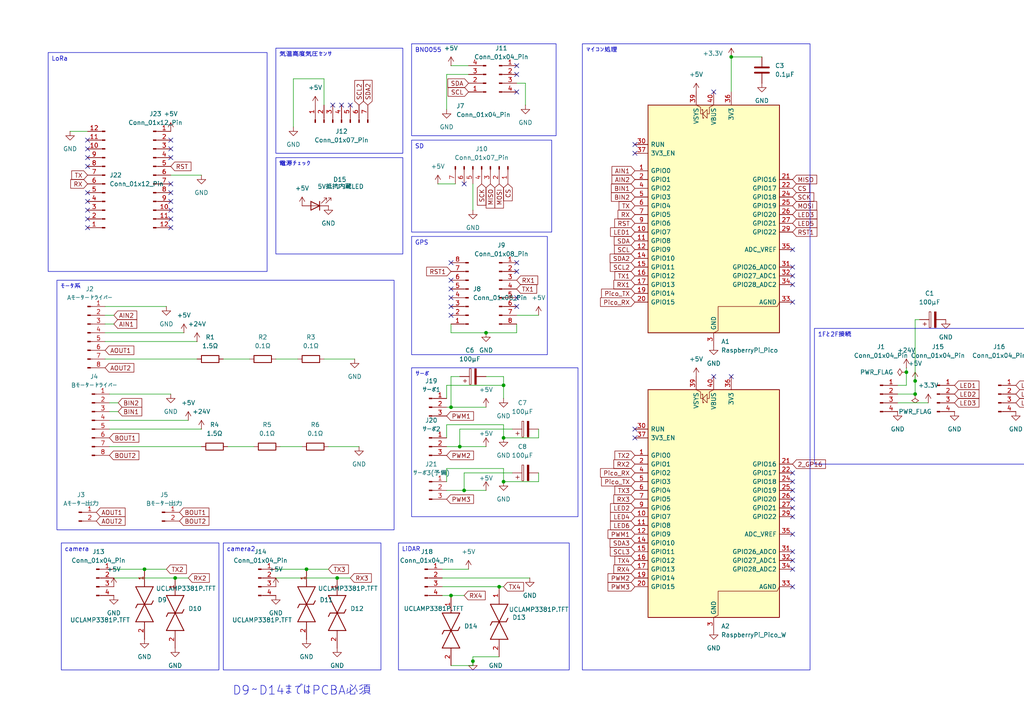
<source format=kicad_sch>
(kicad_sch (version 20250114) (generator "eeschema") (generator_version "9.0")
  (paper "A4")
  (text "D9～D14まではPCBA必須" (at 87.63 200.406 0) (effects (font (size 2.54 2.54))))
  (text_box "モータ系" (at 16.51 81.28 0) (size 97.79 72.39) (margins 0.9525 0.9525 0.9525 0.9525) (effects (font (size 1.27 1.27)) (justify left top)))
  (text_box "LoRa" (at 13.97 15.24 0) (size 63.5 63.5) (margins 0.9525 0.9525 0.9525 0.9525) (effects (font (size 1.27 1.27)) (justify left top)))
  (text_box "サーボ" (at 119.38 106.68 0) (size 48.26 43.18) (margins 0.9525 0.9525 0.9525 0.9525) (effects (font (size 1.27 1.27)) (justify left top)))
  (text_box "1Fと2F接続" (at 236.22 95.25 0) (size 91.44 39.37) (margins 0.9525 0.9525 0.9525 0.9525) (effects (font (size 1.27 1.27)) (justify left top)))
  (text_box "camera\n" (at 17.78 157.48 0) (size 45.72 36.83) (margins 0.9525 0.9525 0.9525 0.9525) (effects (font (size 1.27 1.27)) (justify left top)))
  (text_box "GPS\n\n" (at 119.38 68.58 0) (size 39.37 34.29) (margins 0.9525 0.9525 0.9525 0.9525) (effects (font (size 1.27 1.27)) (justify left top)))
  (text_box "camera2" (at 64.77 157.48 0) (size 45.72 36.83) (margins 0.9525 0.9525 0.9525 0.9525) (effects (font (size 1.27 1.27)) (justify left top)))
  (text_box "気温高度気圧センサ\n" (at 80.01 13.97 0) (size 36.83 30.48) (margins 0.9525 0.9525 0.9525 0.9525) (effects (font (size 1.27 1.27)) (justify left top)))
  (text_box "LiDAR" (at 115.57 157.48 0) (size 49.53 36.83) (margins 0.9525 0.9525 0.9525 0.9525) (effects (font (size 1.27 1.27)) (justify left top)))
  (text_box "電源チェック" (at 80.01 45.72 0) (size 36.83 27.94) (margins 0.9525 0.9525 0.9525 0.9525) (effects (font (size 1.27 1.27)) (justify left top)))
  (text_box "BNO055\n" (at 119.38 12.7 0) (size 41.91 26.67) (margins 0.9525 0.9525 0.9525 0.9525) (effects (font (size 1.27 1.27)) (justify left top)))
  (text_box "SD\n" (at 119.38 40.64 0) (size 40.64 26.67) (margins 0.9525 0.9525 0.9525 0.9525) (effects (font (size 1.27 1.27)) (justify left top)))
  (text_box "マイコン処理" (at 168.91 12.7 0) (size 66.04 181.61) (margins 0.9525 0.9525 0.9525 0.9525) (effects (font (size 1.27 1.27)) (justify left top)))
  (junction (at 137.16 191.77))
  (junction (at 130.81 118.11))
  (junction (at 265.43 114.3))
  (junction (at 144.78 170.18))
  (junction (at 146.05 111.76))
  (junction (at 146.05 127))
  (junction (at 262.89 107.95))
  (junction (at 50.8 167.64))
  (junction (at 133.35 129.54))
  (junction (at 88.9 165.1))
  (junction (at 212.09 16.51))
  (junction (at 134.62 142.24))
  (junction (at 130.81 172.72))
  (junction (at 146.05 139.7))
  (junction (at 97.79 167.64))
  (junction (at 265.43 110.49))
  (junction (at 140.97 96.52))
  (junction (at 41.91 165.1))
  (no_connect (at 229.87 149.86))
  (no_connect (at 184.15 124.46))
  (no_connect (at 49.53 58.42))
  (no_connect (at 229.87 162.56))
  (no_connect (at 130.81 76.2))
  (no_connect (at 229.87 165.1))
  (no_connect (at 25.4 48.26))
  (no_connect (at 149.86 88.9))
  (no_connect (at 25.4 43.18))
  (no_connect (at 207.01 26.67))
  (no_connect (at 49.53 43.18))
  (no_connect (at 207.01 109.22))
  (no_connect (at 229.87 170.18))
  (no_connect (at 49.53 63.5))
  (no_connect (at 49.53 53.34))
  (no_connect (at 149.86 86.36))
  (no_connect (at 184.15 127))
  (no_connect (at 49.53 40.64))
  (no_connect (at 49.53 60.96))
  (no_connect (at 229.87 77.47))
  (no_connect (at 229.87 80.01))
  (no_connect (at 25.4 63.5))
  (no_connect (at 149.86 21.59))
  (no_connect (at 99.06 30.48))
  (no_connect (at 49.53 45.72))
  (no_connect (at 130.81 83.82))
  (no_connect (at 229.87 160.02))
  (no_connect (at 229.87 72.39))
  (no_connect (at 49.53 55.88))
  (no_connect (at 184.15 44.45))
  (no_connect (at 149.86 26.67))
  (no_connect (at 96.52 30.48))
  (no_connect (at 229.87 87.63))
  (no_connect (at 149.86 78.74))
  (no_connect (at 229.87 139.7))
  (no_connect (at 25.4 66.04))
  (no_connect (at 130.81 91.44))
  (no_connect (at 212.09 109.22))
  (no_connect (at 229.87 137.16))
  (no_connect (at 229.87 142.24))
  (no_connect (at 25.4 55.88))
  (no_connect (at 130.81 88.9))
  (no_connect (at 25.4 60.96))
  (no_connect (at 149.86 76.2))
  (no_connect (at 229.87 147.32))
  (no_connect (at 149.86 19.05))
  (no_connect (at 25.4 40.64))
  (no_connect (at 134.62 53.34))
  (no_connect (at 25.4 45.72))
  (no_connect (at 25.4 58.42))
  (no_connect (at 229.87 82.55))
  (no_connect (at 229.87 154.94))
  (no_connect (at 229.87 144.78))
  (no_connect (at 130.81 86.36))
  (no_connect (at 184.15 41.91))
  (no_connect (at 130.81 81.28))
  (no_connect (at 49.53 66.04))
  (no_connect (at 101.6 30.48))
  (wire (pts (xy 146.05 135.89) (xy 129.54 135.89)))
  (wire (pts (xy 93.98 22.86) (xy 85.09 22.86)))
  (wire (pts (xy 129.54 142.24) (xy 134.62 142.24)))
  (wire (pts (xy 134.62 172.72) (xy 130.81 172.72)))
  (wire (pts (xy 135.89 21.59) (xy 129.54 21.59)))
  (wire (pts (xy 130.81 93.98) (xy 130.81 96.52)))
  (wire (pts (xy 130.81 172.72) (xy 128.27 172.72)))
  (wire (pts (xy 152.4 24.13) (xy 152.4 30.48)))
  (wire (pts (xy 130.81 118.11) (xy 130.81 109.22)))
  (wire (pts (xy 129.54 129.54) (xy 133.35 129.54)))
  (wire (pts (xy 260.35 116.84) (xy 269.24 116.84)))
  (wire (pts (xy 130.81 109.22) (xy 133.35 109.22)))
  (wire (pts (xy 137.16 193.04) (xy 137.16 191.77)))
  (wire (pts (xy 128.27 167.64) (xy 153.67 167.64)))
  (wire (pts (xy 95.25 165.1) (xy 88.9 165.1)))
  (wire (pts (xy 31.75 114.3) (xy 49.53 114.3)))
  (wire (pts (xy 129.54 135.89) (xy 129.54 139.7)))
  (wire (pts (xy 133.35 124.46) (xy 133.35 129.54)))
  (wire (pts (xy 149.86 91.44) (xy 156.21 91.44)))
  (wire (pts (xy 149.86 93.98) (xy 149.86 96.52)))
  (wire (pts (xy 130.81 19.05) (xy 135.89 19.05)))
  (wire (pts (xy 31.75 124.46) (xy 58.42 124.46)))
  (wire (pts (xy 30.48 93.98) (xy 33.02 93.98)))
  (wire (pts (xy 146.05 111.76) (xy 129.54 111.76)))
  (wire (pts (xy 130.81 193.04) (xy 137.16 193.04)))
  (wire (pts (xy 97.79 167.64) (xy 80.01 167.64)))
  (wire (pts (xy 134.62 137.16) (xy 134.62 142.24)))
  (wire (pts (xy 146.05 123.19) (xy 129.54 123.19)))
  (wire (pts (xy 127 53.34) (xy 132.08 53.34)))
  (wire (pts (xy 212.09 16.51) (xy 212.09 26.67)))
  (wire (pts (xy 88.9 165.1) (xy 80.01 165.1)))
  (wire (pts (xy 31.75 119.38) (xy 34.29 119.38)))
  (wire (pts (xy 260.35 114.3) (xy 265.43 114.3)))
  (wire (pts (xy 146.05 127) (xy 146.05 123.19)))
  (wire (pts (xy 80.01 104.14) (xy 86.36 104.14)))
  (wire (pts (xy 156.21 127) (xy 146.05 127)))
  (wire (pts (xy 262.89 107.95) (xy 262.89 111.76)))
  (wire (pts (xy 134.62 142.24) (xy 140.97 142.24)))
  (wire (pts (xy 148.59 137.16) (xy 134.62 137.16)))
  (wire (pts (xy 144.78 170.18) (xy 128.27 170.18)))
  (wire (pts (xy 50.8 167.64) (xy 33.02 167.64)))
  (wire (pts (xy 265.43 92.71) (xy 265.43 110.49)))
  (wire (pts (xy 58.42 50.8) (xy 49.53 50.8)))
  (wire (pts (xy 95.25 129.54) (xy 104.14 129.54)))
  (wire (pts (xy 93.98 104.14) (xy 102.87 104.14)))
  (wire (pts (xy 54.61 167.64) (xy 50.8 167.64)))
  (wire (pts (xy 129.54 118.11) (xy 130.81 118.11)))
  (wire (pts (xy 149.86 96.52) (xy 140.97 96.52)))
  (wire (pts (xy 212.09 16.51) (xy 220.98 16.51)))
  (wire (pts (xy 265.43 110.49) (xy 265.43 114.3)))
  (wire (pts (xy 146.05 115.57) (xy 146.05 111.76)))
  (wire (pts (xy 156.21 124.46) (xy 156.21 127)))
  (wire (pts (xy 41.91 165.1) (xy 33.02 165.1)))
  (wire (pts (xy 130.81 118.11) (xy 140.97 118.11)))
  (wire (pts (xy 146.05 139.7) (xy 146.05 135.89)))
  (wire (pts (xy 129.54 21.59) (xy 129.54 31.75)))
  (wire (pts (xy 144.78 190.5) (xy 137.16 190.5)))
  (wire (pts (xy 148.59 124.46) (xy 133.35 124.46)))
  (wire (pts (xy 156.21 139.7) (xy 146.05 139.7)))
  (wire (pts (xy 262.89 111.76) (xy 260.35 111.76)))
  (wire (pts (xy 31.75 129.54) (xy 58.42 129.54)))
  (wire (pts (xy 140.97 109.22) (xy 146.05 109.22)))
  (wire (pts (xy 31.75 121.92) (xy 54.61 121.92)))
  (wire (pts (xy 262.89 106.68) (xy 262.89 107.95)))
  (wire (pts (xy 30.48 104.14) (xy 57.15 104.14)))
  (wire (pts (xy 81.28 129.54) (xy 87.63 129.54)))
  (wire (pts (xy 149.86 24.13) (xy 152.4 24.13)))
  (wire (pts (xy 30.48 96.52) (xy 53.34 96.52)))
  (wire (pts (xy 30.48 91.44) (xy 33.02 91.44)))
  (wire (pts (xy 101.6 167.64) (xy 97.79 167.64)))
  (wire (pts (xy 30.48 99.06) (xy 57.15 99.06)))
  (wire (pts (xy 265.43 92.71) (xy 266.7 92.71)))
  (wire (pts (xy 66.04 129.54) (xy 73.66 129.54)))
  (wire (pts (xy 133.35 129.54) (xy 140.97 129.54)))
  (wire (pts (xy 128.27 165.1) (xy 135.89 165.1)))
  (wire (pts (xy 20.32 38.1) (xy 25.4 38.1)))
  (wire (pts (xy 85.09 22.86) (xy 85.09 36.83)))
  (wire (pts (xy 30.48 88.9) (xy 48.26 88.9)))
  (wire (pts (xy 64.77 104.14) (xy 72.39 104.14)))
  (wire (pts (xy 129.54 123.19) (xy 129.54 127)))
  (wire (pts (xy 156.21 137.16) (xy 156.21 139.7)))
  (wire (pts (xy 93.98 30.48) (xy 93.98 22.86)))
  (wire (pts (xy 31.75 116.84) (xy 34.29 116.84)))
  (wire (pts (xy 137.16 53.34) (xy 137.16 60.96)))
  (wire (pts (xy 130.81 96.52) (xy 140.97 96.52)))
  (wire (pts (xy 146.05 109.22) (xy 146.05 111.76)))
  (wire (pts (xy 129.54 111.76) (xy 129.54 115.57)))
  (wire (pts (xy 48.26 165.1) (xy 41.91 165.1)))
  (wire (pts (xy 146.05 170.18) (xy 144.78 170.18)))
  (wire (pts (xy 137.16 190.5) (xy 137.16 191.77)))
  (global_label "RX4" (shape input) (at 184.15 165.1 180) (property "Intersheetrefs" "${INTERSHEET_REFS}" (effects (hide yes))))
  (global_label "RX" (shape input) (at 184.15 62.23 180) (property "Intersheetrefs" "${INTERSHEET_REFS}" (effects (hide yes))))
  (global_label "LED1" (shape input) (at 276.86 111.76 0) (property "Intersheetrefs" "${INTERSHEET_REFS}" (effects (hide yes))))
  (global_label "BOUT1" (shape input) (at 31.75 127 0) (property "Intersheetrefs" "${INTERSHEET_REFS}" (effects (hide yes))))
  (global_label "AOUT2" (shape input) (at 27.94 151.13 0) (property "Intersheetrefs" "${INTERSHEET_REFS}" (effects (hide yes))))
  (global_label "PWM1" (shape input) (at 129.54 120.65 0) (property "Intersheetrefs" "${INTERSHEET_REFS}" (effects (hide yes))))
  (global_label "LED2" (shape input) (at 184.15 147.32 180) (property "Intersheetrefs" "${INTERSHEET_REFS}" (effects (hide yes))))
  (global_label "LED5" (shape input) (at 229.87 64.77 0) (property "Intersheetrefs" "${INTERSHEET_REFS}" (effects (hide yes))))
  (global_label "2_GP16" (shape input) (at 313.69 116.84 0) (property "Intersheetrefs" "${INTERSHEET_REFS}" (effects (hide yes))))
  (global_label "LED4" (shape input) (at 294.64 111.76 0) (property "Intersheetrefs" "${INTERSHEET_REFS}" (effects (hide yes))))
  (global_label "MOSI" (shape input) (at 229.87 59.69 0) (property "Intersheetrefs" "${INTERSHEET_REFS}" (effects (hide yes))))
  (global_label "RX2" (shape input) (at 184.15 134.62 180) (property "Intersheetrefs" "${INTERSHEET_REFS}" (effects (hide yes))))
  (global_label "LED3" (shape input) (at 276.86 116.84 0) (property "Intersheetrefs" "${INTERSHEET_REFS}" (effects (hide yes))))
  (global_label "RX1" (shape input) (at 149.86 81.28 0) (property "Intersheetrefs" "${INTERSHEET_REFS}" (effects (hide yes))))
  (global_label "PWM3" (shape input) (at 184.15 170.18 180) (property "Intersheetrefs" "${INTERSHEET_REFS}" (effects (hide yes))))
  (global_label "SDA" (shape input) (at 184.15 69.85 180) (property "Intersheetrefs" "${INTERSHEET_REFS}" (effects (hide yes))))
  (global_label "SDA2" (shape input) (at 106.68 30.48 90) (property "Intersheetrefs" "${INTERSHEET_REFS}" (effects (hide yes))))
  (global_label "PWM1" (shape input) (at 184.15 154.94 180) (property "Intersheetrefs" "${INTERSHEET_REFS}" (effects (hide yes))))
  (global_label "TX" (shape input) (at 184.15 59.69 180) (property "Intersheetrefs" "${INTERSHEET_REFS}" (effects (hide yes))))
  (global_label "SDA" (shape input) (at 135.89 24.13 180) (property "Intersheetrefs" "${INTERSHEET_REFS}" (effects (hide yes))))
  (global_label "TX1" (shape input) (at 149.86 83.82 0) (property "Intersheetrefs" "${INTERSHEET_REFS}" (effects (hide yes))))
  (global_label "LED3" (shape input) (at 229.87 62.23 0) (property "Intersheetrefs" "${INTERSHEET_REFS}" (effects (hide yes))))
  (global_label "LED4" (shape input) (at 184.15 149.86 180) (property "Intersheetrefs" "${INTERSHEET_REFS}" (effects (hide yes))))
  (global_label "TX4" (shape input) (at 146.05 170.18 0) (property "Intersheetrefs" "${INTERSHEET_REFS}" (effects (hide yes))))
  (global_label "SCK" (shape input) (at 139.7 53.34 270) (property "Intersheetrefs" "${INTERSHEET_REFS}" (effects (hide yes))))
  (global_label "SDA3" (shape input) (at 313.69 111.76 0) (property "Intersheetrefs" "${INTERSHEET_REFS}" (effects (hide yes))))
  (global_label "RST1" (shape input) (at 229.87 67.31 0) (property "Intersheetrefs" "${INTERSHEET_REFS}" (effects (hide yes))))
  (global_label "MOSI" (shape input) (at 144.78 53.34 270) (property "Intersheetrefs" "${INTERSHEET_REFS}" (effects (hide yes))))
  (global_label "SCL2" (shape input) (at 184.15 77.47 180) (property "Intersheetrefs" "${INTERSHEET_REFS}" (effects (hide yes))))
  (global_label "SDA2" (shape input) (at 184.15 74.93 180) (property "Intersheetrefs" "${INTERSHEET_REFS}" (effects (hide yes))))
  (global_label "SCL3" (shape input) (at 184.15 160.02 180) (property "Intersheetrefs" "${INTERSHEET_REFS}" (effects (hide yes))))
  (global_label "AIN1" (shape input) (at 184.15 49.53 180) (property "Intersheetrefs" "${INTERSHEET_REFS}" (effects (hide yes))))
  (global_label "RST1" (shape input) (at 130.81 78.74 180) (property "Intersheetrefs" "${INTERSHEET_REFS}" (effects (hide yes))))
  (global_label "Pico_TX" (shape input) (at 184.15 139.7 180) (property "Intersheetrefs" "${INTERSHEET_REFS}" (effects (hide yes))))
  (global_label "SCL3" (shape input) (at 313.69 114.3 0) (property "Intersheetrefs" "${INTERSHEET_REFS}" (effects (hide yes))))
  (global_label "Pico_TX" (shape input) (at 184.15 85.09 180) (property "Intersheetrefs" "${INTERSHEET_REFS}" (effects (hide yes))))
  (global_label "TX3" (shape input) (at 184.15 142.24 180) (property "Intersheetrefs" "${INTERSHEET_REFS}" (effects (hide yes))))
  (global_label "TX1" (shape input) (at 184.15 80.01 180) (property "Intersheetrefs" "${INTERSHEET_REFS}" (effects (hide yes))))
  (global_label "BIN1" (shape input) (at 184.15 54.61 180) (property "Intersheetrefs" "${INTERSHEET_REFS}" (effects (hide yes))))
  (global_label "SDA3" (shape input) (at 184.15 157.48 180) (property "Intersheetrefs" "${INTERSHEET_REFS}" (effects (hide yes))))
  (global_label "TX3" (shape input) (at 95.25 165.1 0) (property "Intersheetrefs" "${INTERSHEET_REFS}" (effects (hide yes))))
  (global_label "BIN1" (shape input) (at 34.29 119.38 0) (property "Intersheetrefs" "${INTERSHEET_REFS}" (effects (hide yes))))
  (global_label "BIN2" (shape input) (at 184.15 57.15 180) (property "Intersheetrefs" "${INTERSHEET_REFS}" (effects (hide yes))))
  (global_label "PWM2" (shape input) (at 184.15 167.64 180) (property "Intersheetrefs" "${INTERSHEET_REFS}" (effects (hide yes))))
  (global_label "RX1" (shape input) (at 184.15 82.55 180) (property "Intersheetrefs" "${INTERSHEET_REFS}" (effects (hide yes))))
  (global_label "LED6" (shape input) (at 184.15 152.4 180) (property "Intersheetrefs" "${INTERSHEET_REFS}" (effects (hide yes))))
  (global_label "TX4" (shape input) (at 184.15 162.56 180) (property "Intersheetrefs" "${INTERSHEET_REFS}" (effects (hide yes))))
  (global_label "RST" (shape input) (at 49.53 48.26 0) (property "Intersheetrefs" "${INTERSHEET_REFS}" (effects (hide yes))))
  (global_label "CS" (shape input) (at 229.87 54.61 0) (property "Intersheetrefs" "${INTERSHEET_REFS}" (effects (hide yes))))
  (global_label "RX2" (shape input) (at 54.61 167.64 0) (property "Intersheetrefs" "${INTERSHEET_REFS}" (effects (hide yes))))
  (global_label "LED2" (shape input) (at 276.86 114.3 0) (property "Intersheetrefs" "${INTERSHEET_REFS}" (effects (hide yes))))
  (global_label "2_GP16" (shape input) (at 229.87 134.62 0) (property "Intersheetrefs" "${INTERSHEET_REFS}" (effects (hide yes))))
  (global_label "Pico_RX" (shape input) (at 184.15 87.63 180) (property "Intersheetrefs" "${INTERSHEET_REFS}" (effects (hide yes))))
  (global_label "AOUT1" (shape input) (at 30.48 101.6 0) (property "Intersheetrefs" "${INTERSHEET_REFS}" (effects (hide yes))))
  (global_label "BOUT2" (shape input) (at 52.07 151.13 0) (property "Intersheetrefs" "${INTERSHEET_REFS}" (effects (hide yes))))
  (global_label "RX4" (shape input) (at 134.62 172.72 0) (property "Intersheetrefs" "${INTERSHEET_REFS}" (effects (hide yes))))
  (global_label "PWM2" (shape input) (at 129.54 132.08 0) (property "Intersheetrefs" "${INTERSHEET_REFS}" (effects (hide yes))))
  (global_label "TX2" (shape input) (at 48.26 165.1 0) (property "Intersheetrefs" "${INTERSHEET_REFS}" (effects (hide yes))))
  (global_label "MISO" (shape input) (at 229.87 52.07 0) (property "Intersheetrefs" "${INTERSHEET_REFS}" (effects (hide yes))))
  (global_label "AOUT2" (shape input) (at 30.48 106.68 0) (property "Intersheetrefs" "${INTERSHEET_REFS}" (effects (hide yes))))
  (global_label "RX3" (shape input) (at 184.15 144.78 180) (property "Intersheetrefs" "${INTERSHEET_REFS}" (effects (hide yes))))
  (global_label "RX3" (shape input) (at 101.6 167.64 0) (property "Intersheetrefs" "${INTERSHEET_REFS}" (effects (hide yes))))
  (global_label "LED6" (shape input) (at 294.64 116.84 0) (property "Intersheetrefs" "${INTERSHEET_REFS}" (effects (hide yes))))
  (global_label "BOUT1" (shape input) (at 52.07 148.59 0) (property "Intersheetrefs" "${INTERSHEET_REFS}" (effects (hide yes))))
  (global_label "AOUT1" (shape input) (at 27.94 148.59 0) (property "Intersheetrefs" "${INTERSHEET_REFS}" (effects (hide yes))))
  (global_label "LED5" (shape input) (at 294.64 114.3 0) (property "Intersheetrefs" "${INTERSHEET_REFS}" (effects (hide yes))))
  (global_label "SCL" (shape input) (at 135.89 26.67 180) (property "Intersheetrefs" "${INTERSHEET_REFS}" (effects (hide yes))))
  (global_label "Pico_RX" (shape input) (at 184.15 137.16 180) (property "Intersheetrefs" "${INTERSHEET_REFS}" (effects (hide yes))))
  (global_label "BIN2" (shape input) (at 34.29 116.84 0) (property "Intersheetrefs" "${INTERSHEET_REFS}" (effects (hide yes))))
  (global_label "AIN1" (shape input) (at 33.02 93.98 0) (property "Intersheetrefs" "${INTERSHEET_REFS}" (effects (hide yes))))
  (global_label "PWM3" (shape input) (at 129.54 144.78 0) (property "Intersheetrefs" "${INTERSHEET_REFS}" (effects (hide yes))))
  (global_label "TX2" (shape input) (at 184.15 132.08 180) (property "Intersheetrefs" "${INTERSHEET_REFS}" (effects (hide yes))))
  (global_label "TX" (shape input) (at 25.4 50.8 180) (property "Intersheetrefs" "${INTERSHEET_REFS}" (effects (hide yes))))
  (global_label "SCL2" (shape input) (at 104.14 30.48 90) (property "Intersheetrefs" "${INTERSHEET_REFS}" (effects (hide yes))))
  (global_label "SCK" (shape input) (at 229.87 57.15 0) (property "Intersheetrefs" "${INTERSHEET_REFS}" (effects (hide yes))))
  (global_label "MISO" (shape input) (at 142.24 53.34 270) (property "Intersheetrefs" "${INTERSHEET_REFS}" (effects (hide yes))))
  (global_label "RST" (shape input) (at 184.15 64.77 180) (property "Intersheetrefs" "${INTERSHEET_REFS}" (effects (hide yes))))
  (global_label "AIN2" (shape input) (at 184.15 52.07 180) (property "Intersheetrefs" "${INTERSHEET_REFS}" (effects (hide yes))))
  (global_label "CS" (shape input) (at 147.32 53.34 270) (property "Intersheetrefs" "${INTERSHEET_REFS}" (effects (hide yes))))
  (global_label "LED1" (shape input) (at 184.15 67.31 180) (property "Intersheetrefs" "${INTERSHEET_REFS}" (effects (hide yes))))
  (global_label "RX" (shape input) (at 25.4 53.34 180) (property "Intersheetrefs" "${INTERSHEET_REFS}" (effects (hide yes))))
  (global_label "SCL" (shape input) (at 184.15 72.39 180) (property "Intersheetrefs" "${INTERSHEET_REFS}" (effects (hide yes))))
  (global_label "BOUT2" (shape input) (at 31.75 132.08 0) (property "Intersheetrefs" "${INTERSHEET_REFS}" (effects (hide yes))))
  (global_label "AIN2" (shape input) (at 33.02 91.44 0) (property "Intersheetrefs" "${INTERSHEET_REFS}" (effects (hide yes))))
  (symbol (lib_id "Connector:Conn_01x07_Pin") (at 139.7 48.26 270) (unit 1)
    (property "Reference" "J10" (at 139.7 43.18 90))
    (property "Value" "Conn_01x07_Pin" (at 139.7 45.72 90))
    (property "Footprint" "Connector_PinSocket_2.54mm:PinSocket_1x07_P2.54mm_Vertical" (effects (hide yes)))
    (property "Description" "Generic connector, single row, 01x07, script generated" (effects (hide yes)))
  )
  (symbol (lib_id "power:+5V") (at 80.01 170.18 0) (unit 1)
    (property "Reference" "#PWR035" (effects (hide yes)))
    (property "Value" "+5V" (at 80.01 165.1 0))
    (property "Description" "Power symbol creates a global label with name \"+5V\"" (effects (hide yes)))
  )
  (symbol (lib_id "power:+5V") (at 135.89 165.1 0) (unit 1)
    (property "Reference" "#PWR039" (effects (hide yes)))
    (property "Value" "+5V" (at 135.89 160.02 0))
    (property "Description" "Power symbol creates a global label with name \"+5V\"" (effects (hide yes)))
  )
  (symbol (lib_id "power:GND") (at 220.98 24.13 0) (unit 1)
    (property "Reference" "#PWR048" (effects (hide yes)))
    (property "Value" "GND" (at 220.98 29.21 0))
    (property "Description" "Power symbol creates a global label with name \"GND\" , ground" (effects (hide yes)))
  )
  (symbol (lib_id "UCLAMP3381P_TFT:UCLAMP3381P.TFT") (at 88.9 165.1 270) (unit 1)
    (property "Reference" "D11" (at 92.71 173.9899 90) (effects (justify left)))
    (property "Value" "UCLAMP3381P.TFT" (at 67.31 179.832 90) (effects (justify left)))
    (property "Footprint" "KiCad_UCLAMP3381:UCLAMP3381PTFT" (effects (hide yes)))
    (property "Datasheet" "https://semtech.file.force.com/sfc/dist/version/download/?oid=00DE0000000JelG&ids=0682R000005PDqLQAW&d=%2Fa%2F2R0000001Nk1%2FWtOmoDD5Xy.jGRkqk.W4hXkB6ivSv5APxDwIA_2Bx6o&operationContext=DELIVERY&asPdf=true&viewId=05HRQ000000tcsf2AA&dpt=" (effects (hide yes)))
    (property "Description" "ESD Suppressors / TVS Diodes 3.3V, High Surge TVS for VBus Protection" (effects (hide yes)))
    (property "Height" "0.55" (effects (hide yes)))
    (property "Mouser Part Number" "947-UCLAMP3381P.TFT" (effects (hide yes)))
    (property "Mouser Price/Stock" "https://www.mouser.co.uk/ProductDetail/Semtech/UCLAMP3381P.TFT?qs=rBWM4%252BvDhIdzUcvOngyA7g%3D%3D" (effects (hide yes)))
    (property "Manufacturer_Name" "SEMTECH" (effects (hide yes)))
    (property "Manufacturer_Part_Number" "UCLAMP3381P.TFT" (effects (hide yes)))
  )
  (symbol (lib_id "Device:C") (at 220.98 20.32 0) (unit 1)
    (property "Reference" "C3" (at 224.79 19.0499 0) (effects (justify left)))
    (property "Value" "0.1μF" (at 224.79 21.5899 0) (effects (justify left)))
    (property "Footprint" "Capacitor_SMD:C_0603_1608Metric" (effects (hide yes)))
    (property "Description" "Unpolarized capacitor" (effects (hide yes)))
  )
  (symbol (lib_id "Connector:Conn_01x02_Pin") (at 22.86 148.59 0) (unit 1)
    (property "Reference" "J3" (at 23.495 143.51 0))
    (property "Value" "Aモーター出力" (at 23.495 146.05 0))
    (property "Footprint" "Connector_JST:JST_XH_B2B-XH-A_1x02_P2.50mm_Vertical" (effects (hide yes)))
    (property "Description" "Generic connector, single row, 01x02, script generated" (effects (hide yes)))
  )
  (symbol (lib_id "power:+5V") (at 156.21 91.44 0) (unit 1)
    (property "Reference" "#PWR034" (effects (hide yes)))
    (property "Value" "+5V" (at 156.21 86.36 0))
    (property "Description" "Power symbol creates a global label with name \"+5V\"" (effects (hide yes)))
  )
  (symbol (lib_id "Connector:Conn_01x04_Pin") (at 140.97 24.13 180) (unit 1)
    (property "Reference" "J7" (at 132.334 30.734 0) (effects (justify right)))
    (property "Value" "Conn_01x04_Pin" (at 132.334 33.274 0) (effects (justify right)))
    (property "Footprint" "Connector_PinSocket_2.54mm:PinSocket_1x04_P2.54mm_Vertical" (effects (hide yes)))
    (property "Description" "Generic connector, single row, 01x04, script generated" (effects (hide yes)))
  )
  (symbol (lib_id "power:+24V") (at 57.15 99.06 0) (unit 1)
    (property "Reference" "#PWR019" (effects (hide yes)))
    (property "Value" "+24V" (at 57.15 93.98 0))
    (property "Description" "Power symbol creates a global label with name \"+24V\"" (effects (hide yes)))
  )
  (symbol (lib_id "Device:C_Polarized") (at 152.4 137.16 90) (unit 1)
    (property "Reference" "C8" (at 151.511 129.54 90))
    (property "Value" "100μF" (at 151.511 132.08 90))
    (property "Footprint" "Capacitor_THT:CP_Radial_D8.0mm_P3.50mm" (effects (hide yes)))
    (property "Description" "Polarized capacitor" (effects (hide yes)))
  )
  (symbol (lib_id "power:+5V") (at 33.02 170.18 0) (unit 1)
    (property "Reference" "#PWR036" (effects (hide yes)))
    (property "Value" "+5V" (at 33.02 165.1 0))
    (property "Description" "Power symbol creates a global label with name \"+5V\"" (effects (hide yes)))
  )
  (symbol (lib_id "Connector:Conn_01x04_Pin") (at 289.56 114.3 0) (unit 1)
    (property "Reference" "J16" (at 289.814 100.584 0))
    (property "Value" "Conn_01x04_Pin" (at 289.814 103.124 0))
    (property "Footprint" "Connector_PinHeader_2.54mm:PinHeader_1x04_P2.54mm_Vertical" (effects (hide yes)))
    (property "Description" "Generic connector, single row, 01x04, script generated" (effects (hide yes)))
  )
  (symbol (lib_id "power:GND") (at 137.16 191.77 0) (unit 1)
    (property "Reference" "#PWR054" (effects (hide yes)))
    (property "Value" "GND" (at 143.764 193.04 0))
    (property "Description" "Power symbol creates a global label with name \"GND\" , ground" (effects (hide yes)))
  )
  (symbol (lib_id "UCLAMP3381P_TFT:UCLAMP3381P.TFT") (at 97.79 167.64 270) (unit 1)
    (property "Reference" "D12" (at 101.6 176.5299 90) (effects (justify left)))
    (property "Value" "UCLAMP3381P.TFT" (at 92.202 170.688 90) (effects (justify left)))
    (property "Footprint" "KiCad_UCLAMP3381:UCLAMP3381PTFT" (effects (hide yes)))
    (property "Datasheet" "https://semtech.file.force.com/sfc/dist/version/download/?oid=00DE0000000JelG&ids=0682R000005PDqLQAW&d=%2Fa%2F2R0000001Nk1%2FWtOmoDD5Xy.jGRkqk.W4hXkB6ivSv5APxDwIA_2Bx6o&operationContext=DELIVERY&asPdf=true&viewId=05HRQ000000tcsf2AA&dpt=" (effects (hide yes)))
    (property "Description" "ESD Suppressors / TVS Diodes 3.3V, High Surge TVS for VBus Protection" (effects (hide yes)))
    (property "Height" "0.55" (effects (hide yes)))
    (property "Mouser Part Number" "947-UCLAMP3381P.TFT" (effects (hide yes)))
    (property "Mouser Price/Stock" "https://www.mouser.co.uk/ProductDetail/Semtech/UCLAMP3381P.TFT?qs=rBWM4%252BvDhIdzUcvOngyA7g%3D%3D" (effects (hide yes)))
    (property "Manufacturer_Name" "SEMTECH" (effects (hide yes)))
    (property "Manufacturer_Part_Number" "UCLAMP3381P.TFT" (effects (hide yes)))
  )
  (symbol (lib_id "power:GND") (at 153.67 167.64 0) (unit 1)
    (property "Reference" "#PWR040" (effects (hide yes)))
    (property "Value" "GND" (at 153.67 172.72 0))
    (property "Description" "Power symbol creates a global label with name \"GND\" , ground" (effects (hide yes)))
  )
  (symbol (lib_id "power:+5V") (at 91.44 30.48 0) (unit 1)
    (property "Reference" "#PWR01" (effects (hide yes)))
    (property "Value" "+5V" (at 91.44 25.4 0))
    (property "Description" "Power symbol creates a global label with name \"+5V\"" (effects (hide yes)))
  )
  (symbol (lib_id "power:GND") (at 102.87 104.14 0) (unit 1)
    (property "Reference" "#PWR020" (effects (hide yes)))
    (property "Value" "GND" (at 102.87 109.22 0))
    (property "Description" "Power symbol creates a global label with name \"GND\" , ground" (effects (hide yes)))
  )
  (symbol (lib_id "power:GND") (at 20.32 38.1 0) (unit 1)
    (property "Reference" "#PWR025" (effects (hide yes)))
    (property "Value" "GND" (at 20.32 43.18 0))
    (property "Description" "Power symbol creates a global label with name \"GND\" , ground" (effects (hide yes)))
  )
  (symbol (lib_id "power:PWR_FLAG") (at 262.89 107.95 90) (unit 1)
    (property "Reference" "#FLG01" (effects (hide yes)))
    (property "Value" "PWR_FLAG" (at 259.08 107.9499 90) (effects (justify left)))
    (property "Description" "Special symbol for telling ERC where power comes from" (effects (hide yes)))
  )
  (symbol (lib_id "power:GND") (at 33.02 172.72 0) (unit 1)
    (property "Reference" "#PWR05" (effects (hide yes)))
    (property "Value" "GND" (at 33.02 177.8 0))
    (property "Description" "Power symbol creates a global label with name \"GND\" , ground" (effects (hide yes)))
  )
  (symbol (lib_id "Device:C_Polarized") (at 137.16 109.22 90) (unit 1)
    (property "Reference" "C6" (at 136.271 101.6 90))
    (property "Value" "100μF" (at 136.271 104.14 90))
    (property "Footprint" "Capacitor_THT:CP_Radial_D8.0mm_P3.50mm" (effects (hide yes)))
    (property "Description" "Polarized capacitor" (effects (hide yes)))
  )
  (symbol (lib_id "power:GND") (at 129.54 31.75 0) (unit 1)
    (property "Reference" "#PWR029" (effects (hide yes)))
    (property "Value" "GND" (at 129.54 36.83 0))
    (property "Description" "Power symbol creates a global label with name \"GND\" , ground" (effects (hide yes)))
  )
  (symbol (lib_id "Connector:Conn_01x08_Pin") (at 135.89 86.36 180) (unit 1)
    (property "Reference" "J8" (at 137.16 83.8199 0) (effects (justify right)))
    (property "Value" "Conn_01x08_Pin" (at 137.16 86.3599 0) (effects (justify right)))
    (property "Footprint" "Connector_PinHeader_2.54mm:PinHeader_1x08_P2.54mm_Vertical" (effects (hide yes)))
    (property "Description" "Generic connector, single row, 01x08, script generated" (effects (hide yes)))
  )
  (symbol (lib_id "Device:R") (at 90.17 104.14 90) (unit 1)
    (property "Reference" "R3" (at 90.17 97.79 90))
    (property "Value" "0.1Ω" (at 90.17 100.33 90))
    (property "Footprint" "Resistor_SMD:R_1210_3225Metric" (effects (hide yes)))
    (property "Description" "Resistor" (effects (hide yes)))
  )
  (symbol (lib_id "UCLAMP3381P_TFT:UCLAMP3381P.TFT") (at 130.81 172.72 270) (unit 1)
    (property "Reference" "D14" (at 134.62 181.6099 90) (effects (justify left)))
    (property "Value" "UCLAMP3381P.TFT" (at 117.094 176.53 90) (effects (justify left)))
    (property "Footprint" "KiCad_UCLAMP3381:UCLAMP3381PTFT" (effects (hide yes)))
    (property "Datasheet" "https://semtech.file.force.com/sfc/dist/version/download/?oid=00DE0000000JelG&ids=0682R000005PDqLQAW&d=%2Fa%2F2R0000001Nk1%2FWtOmoDD5Xy.jGRkqk.W4hXkB6ivSv5APxDwIA_2Bx6o&operationContext=DELIVERY&asPdf=true&viewId=05HRQ000000tcsf2AA&dpt=" (effects (hide yes)))
    (property "Description" "ESD Suppressors / TVS Diodes 3.3V, High Surge TVS for VBus Protection" (effects (hide yes)))
    (property "Height" "0.55" (effects (hide yes)))
    (property "Mouser Part Number" "947-UCLAMP3381P.TFT" (effects (hide yes)))
    (property "Mouser Price/Stock" "https://www.mouser.co.uk/ProductDetail/Semtech/UCLAMP3381P.TFT?qs=rBWM4%252BvDhIdzUcvOngyA7g%3D%3D" (effects (hide yes)))
    (property "Manufacturer_Name" "SEMTECH" (effects (hide yes)))
    (property "Manufacturer_Part_Number" "UCLAMP3381P.TFT" (effects (hide yes)))
  )
  (symbol (lib_id "power:+5V") (at 87.63 59.69 0) (unit 1)
    (property "Reference" "#PWR055" (effects (hide yes)))
    (property "Value" "+5V" (at 87.63 54.61 0))
    (property "Description" "Power symbol creates a global label with name \"+5V\"" (effects (hide yes)))
  )
  (symbol (lib_id "power:+5V") (at 49.53 38.1 0) (unit 1)
    (property "Reference" "#PWR027" (effects (hide yes)))
    (property "Value" "+5V" (at 49.53 33.02 0))
    (property "Description" "Power symbol creates a global label with name \"+5V\"" (effects (hide yes)))
  )
  (symbol (lib_id "power:+24V") (at 262.89 106.68 0) (unit 1)
    (property "Reference" "#PWR04" (effects (hide yes)))
    (property "Value" "+24V" (at 262.89 101.6 0))
    (property "Description" "Power symbol creates a global label with name \"+24V\"" (effects (hide yes)))
  )
  (symbol (lib_id "power:+5V") (at 53.34 96.52 0) (unit 1)
    (property "Reference" "#PWR018" (effects (hide yes)))
    (property "Value" "+5V" (at 53.34 91.44 0))
    (property "Description" "Power symbol creates a global label with name \"+5V\"" (effects (hide yes)))
  )
  (symbol (lib_id "power:+5V") (at 140.97 129.54 0) (unit 1)
    (property "Reference" "#PWR043" (effects (hide yes)))
    (property "Value" "+5V" (at 140.97 125.73 0))
    (property "Description" "Power symbol creates a global label with name \"+5V\"" (effects (hide yes)))
  )
  (symbol (lib_id "MCU_Module:RaspberryPi_Pico") (at 207.01 64.77 0) (unit 1)
    (property "Reference" "A1" (at 209.1533 99.06 0) (effects (justify left)))
    (property "Value" "RaspberryPi_Pico" (at 209.1533 101.6 0) (effects (justify left)))
    (property "Footprint" "Module:RaspberryPi_Pico_Common_Unspecified" (effects (hide yes)))
    (property "Datasheet" "https://datasheets.raspberrypi.com/pico/pico-datasheet.pdf" (effects (hide yes)))
    (property "Description" "Versatile and inexpensive microcontroller module powered by RP2040 dual-core Arm Cortex-M0+ processor up to 133 MHz, 264kB SRAM, 2MB QSPI flash; also supports Raspberry Pi Pico 2" (effects (hide yes)))
  )
  (symbol (lib_id "MCU_Module:RaspberryPi_Pico_W") (at 207.01 147.32 0) (unit 1)
    (property "Reference" "A2" (at 209.1533 181.61 0) (effects (justify left)))
    (property "Value" "RaspberryPi_Pico_W" (at 209.1533 184.15 0) (effects (justify left)))
    (property "Footprint" "raspberrypipicoW:RaspberryPi_PicoW_Common_THT" (effects (hide yes)))
    (property "Datasheet" "https://datasheets.raspberrypi.com/picow/pico-w-datasheet.pdf" (effects (hide yes)))
    (property "Description" "Versatile and inexpensive wireless microcontroller module powered by RP2040 dual-core Arm Cortex-M0+ processor up to 133 MHz, 264kB SRAM, 2MB QSPI flash, Infineon CYW43439 2.4GHz 802.11n wireless LAN; also supports Raspberry Pi Pico 2 W" (effects (hide yes)))
  )
  (symbol (lib_id "power:+5V") (at 201.93 109.22 0) (unit 1)
    (property "Reference" "#PWR016" (effects (hide yes)))
    (property "Value" "+5V" (at 201.93 104.14 0))
    (property "Description" "Power symbol creates a global label with name \"+5V\"" (effects (hide yes)))
  )
  (symbol (lib_id "Connector:Conn_01x04_Pin") (at 27.94 167.64 0) (unit 1)
    (property "Reference" "J13" (at 28.575 160.02 0))
    (property "Value" "Conn_01x04_Pin" (at 28.575 162.56 0))
    (property "Footprint" "Connector_JST:JST_XH_B4B-XH-A_1x04_P2.50mm_Vertical" (effects (hide yes)))
    (property "Description" "Generic connector, single row, 01x04, script generated" (effects (hide yes)))
  )
  (symbol (lib_id "Connector:Conn_01x03_Pin") (at 124.46 129.54 0) (unit 1)
    (property "Reference" "J20" (at 125.095 121.92 0))
    (property "Value" "サーボ2" (at 125.095 124.46 0))
    (property "Footprint" "Connector_JST:JST_XH_B3B-XH-A_1x03_P2.50mm_Vertical" (effects (hide yes)))
    (property "Description" "Generic connector, single row, 01x03, script generated" (effects (hide yes)))
  )
  (symbol (lib_id "Device:R") (at 77.47 129.54 270) (unit 1)
    (property "Reference" "R5" (at 77.47 123.19 90))
    (property "Value" "0.1Ω" (at 77.47 125.73 90))
    (property "Footprint" "Resistor_SMD:R_1210_3225Metric" (effects (hide yes)))
    (property "Description" "Resistor" (effects (hide yes)))
  )
  (symbol (lib_id "UCLAMP3381P_TFT:UCLAMP3381P.TFT") (at 50.8 167.64 270) (unit 1)
    (property "Reference" "D10" (at 54.61 176.5299 90) (effects (justify left)))
    (property "Value" "UCLAMP3381P.TFT" (at 45.212 170.688 90) (effects (justify left)))
    (property "Footprint" "KiCad_UCLAMP3381:UCLAMP3381PTFT" (effects (hide yes)))
    (property "Datasheet" "https://semtech.file.force.com/sfc/dist/version/download/?oid=00DE0000000JelG&ids=0682R000005PDqLQAW&d=%2Fa%2F2R0000001Nk1%2FWtOmoDD5Xy.jGRkqk.W4hXkB6ivSv5APxDwIA_2Bx6o&operationContext=DELIVERY&asPdf=true&viewId=05HRQ000000tcsf2AA&dpt=" (effects (hide yes)))
    (property "Description" "ESD Suppressors / TVS Diodes 3.3V, High Surge TVS for VBus Protection" (effects (hide yes)))
    (property "Height" "0.55" (effects (hide yes)))
    (property "Mouser Part Number" "947-UCLAMP3381P.TFT" (effects (hide yes)))
    (property "Mouser Price/Stock" "https://www.mouser.co.uk/ProductDetail/Semtech/UCLAMP3381P.TFT?qs=rBWM4%252BvDhIdzUcvOngyA7g%3D%3D" (effects (hide yes)))
    (property "Manufacturer_Name" "SEMTECH" (effects (hide yes)))
    (property "Manufacturer_Part_Number" "UCLAMP3381P.TFT" (effects (hide yes)))
  )
  (symbol (lib_id "power:GND") (at 95.25 59.69 0) (unit 1)
    (property "Reference" "#PWR056" (effects (hide yes)))
    (property "Value" "GND" (at 95.25 64.77 0))
    (property "Description" "Power symbol creates a global label with name \"GND\" , ground" (effects (hide yes)))
  )
  (symbol (lib_id "power:GND") (at 88.9 185.42 0) (unit 1)
    (property "Reference" "#PWR052" (effects (hide yes)))
    (property "Value" "GND" (at 88.9 190.5 0))
    (property "Description" "Power symbol creates a global label with name \"GND\" , ground" (effects (hide yes)))
  )
  (symbol (lib_id "Connector:Conn_01x04_Pin") (at 271.78 114.3 0) (unit 1)
    (property "Reference" "J15" (at 272.034 100.584 0))
    (property "Value" "Conn_01x04_Pin" (at 272.034 103.124 0))
    (property "Footprint" "Connector_PinHeader_2.54mm:PinHeader_1x04_P2.54mm_Vertical" (effects (hide yes)))
    (property "Description" "Generic connector, single row, 01x04, script generated" (effects (hide yes)))
  )
  (symbol (lib_id "Connector:Conn_01x04_Pin") (at 74.93 167.64 0) (unit 1)
    (property "Reference" "J14" (at 75.565 160.02 0))
    (property "Value" "Conn_01x04_Pin" (at 75.565 162.56 0))
    (property "Footprint" "Connector_JST:JST_XH_B4B-XH-A_1x04_P2.50mm_Vertical" (effects (hide yes)))
    (property "Description" "Generic connector, single row, 01x04, script generated" (effects (hide yes)))
  )
  (symbol (lib_id "power:GND") (at 85.09 36.83 0) (unit 1)
    (property "Reference" "#PWR02" (effects (hide yes)))
    (property "Value" "GND" (at 85.09 41.91 0))
    (property "Description" "Power symbol creates a global label with name \"GND\" , ground" (effects (hide yes)))
  )
  (symbol (lib_id "power:GND") (at 207.01 100.33 0) (unit 1)
    (property "Reference" "#PWR012" (effects (hide yes)))
    (property "Value" "GND" (at 207.01 105.41 0))
    (property "Description" "Power symbol creates a global label with name \"GND\" , ground" (effects (hide yes)))
  )
  (symbol (lib_id "power:GND") (at 152.4 30.48 0) (unit 1)
    (property "Reference" "#PWR030" (effects (hide yes)))
    (property "Value" "GND" (at 152.4 35.56 0))
    (property "Description" "Power symbol creates a global label with name \"GND\" , ground" (effects (hide yes)))
  )
  (symbol (lib_id "power:PWR_FLAG") (at 265.43 114.3 180) (unit 1)
    (property "Reference" "#FLG02" (effects (hide yes)))
    (property "Value" "PWR_FLAG" (at 265.43 119.38 0))
    (property "Description" "Special symbol for telling ERC where power comes from" (effects (hide yes)))
  )
  (symbol (lib_id "Connector:Conn_01x12_Pin") (at 44.45 50.8 0) (unit 1)
    (property "Reference" "J23" (at 45.085 33.02 0))
    (property "Value" "Conn_01x12_Pin" (at 45.085 35.56 0))
    (property "Footprint" "Connector_PinSocket_2.54mm:PinSocket_1x12_P2.54mm_Vertical" (effects (hide yes)))
    (property "Description" "Generic connector, single row, 01x12, script generated" (effects (hide yes)))
  )
  (symbol (lib_id "power:GND") (at 260.35 119.38 0) (unit 1)
    (property "Reference" "#PWR03" (effects (hide yes)))
    (property "Value" "GND" (at 260.35 124.46 0))
    (property "Description" "Power symbol creates a global label with name \"GND\" , ground" (effects (hide yes)))
  )
  (symbol (lib_id "power:GND") (at 97.79 187.96 0) (unit 1)
    (property "Reference" "#PWR053" (effects (hide yes)))
    (property "Value" "GND" (at 97.79 193.04 0))
    (property "Description" "Power symbol creates a global label with name \"GND\" , ground" (effects (hide yes)))
  )
  (symbol (lib_id "power:GND") (at 207.01 182.88 0) (unit 1)
    (property "Reference" "#PWR013" (effects (hide yes)))
    (property "Value" "GND" (at 207.01 187.96 0))
    (property "Description" "Power symbol creates a global label with name \"GND\" , ground" (effects (hide yes)))
  )
  (symbol (lib_id "UCLAMP3381P_TFT:UCLAMP3381P.TFT") (at 144.78 170.18 270) (unit 1)
    (property "Reference" "D13" (at 148.59 179.0699 90) (effects (justify left)))
    (property "Value" "UCLAMP3381P.TFT" (at 147.574 176.784 90) (effects (justify left)))
    (property "Footprint" "KiCad_UCLAMP3381:UCLAMP3381PTFT" (effects (hide yes)))
    (property "Datasheet" "https://semtech.file.force.com/sfc/dist/version/download/?oid=00DE0000000JelG&ids=0682R000005PDqLQAW&d=%2Fa%2F2R0000001Nk1%2FWtOmoDD5Xy.jGRkqk.W4hXkB6ivSv5APxDwIA_2Bx6o&operationContext=DELIVERY&asPdf=true&viewId=05HRQ000000tcsf2AA&dpt=" (effects (hide yes)))
    (property "Description" "ESD Suppressors / TVS Diodes 3.3V, High Surge TVS for VBus Protection" (effects (hide yes)))
    (property "Height" "0.55" (effects (hide yes)))
    (property "Mouser Part Number" "947-UCLAMP3381P.TFT" (effects (hide yes)))
    (property "Mouser Price/Stock" "https://www.mouser.co.uk/ProductDetail/Semtech/UCLAMP3381P.TFT?qs=rBWM4%252BvDhIdzUcvOngyA7g%3D%3D" (effects (hide yes)))
    (property "Manufacturer_Name" "SEMTECH" (effects (hide yes)))
    (property "Manufacturer_Part_Number" "UCLAMP3381P.TFT" (effects (hide yes)))
  )
  (symbol (lib_id "Connector:Conn_01x12_Pin") (at 30.48 53.34 180) (unit 1)
    (property "Reference" "J22" (at 31.75 50.7999 0) (effects (justify right)))
    (property "Value" "Conn_01x12_Pin" (at 31.75 53.3399 0) (effects (justify right)))
    (property "Footprint" "Connector_PinSocket_2.54mm:PinSocket_1x12_P2.54mm_Vertical" (effects (hide yes)))
    (property "Description" "Generic connector, single row, 01x12, script generated" (effects (hide yes)))
  )
  (symbol (lib_id "power:+5V") (at 201.93 26.67 0) (unit 1)
    (property "Reference" "#PWR015" (effects (hide yes)))
    (property "Value" "+5V" (at 201.93 21.59 0))
    (property "Description" "Power symbol creates a global label with name \"+5V\"" (effects (hide yes)))
  )
  (symbol (lib_id "power:GND") (at 140.97 96.52 0) (unit 1)
    (property "Reference" "#PWR033" (effects (hide yes)))
    (property "Value" "GND" (at 140.97 101.6 0))
    (property "Description" "Power symbol creates a global label with name \"GND\" , ground" (effects (hide yes)))
  )
  (symbol (lib_id "power:GND") (at 48.26 88.9 0) (unit 1)
    (property "Reference" "#PWR017" (effects (hide yes)))
    (property "Value" "GND" (at 48.26 93.98 0))
    (property "Description" "Power symbol creates a global label with name \"GND\" , ground" (effects (hide yes)))
  )
  (symbol (lib_id "power:GND") (at 146.05 115.57 0) (unit 1)
    (property "Reference" "#PWR041" (effects (hide yes)))
    (property "Value" "GND" (at 146.05 120.65 0))
    (property "Description" "Power symbol creates a global label with name \"GND\" , ground" (effects (hide yes)))
  )
  (symbol (lib_id "power:+3.3V") (at 212.09 16.51 0) (unit 1)
    (property "Reference" "#PWR014" (effects (hide yes)))
    (property "Value" "+3.3V" (at 206.756 15.494 0))
    (property "Description" "Power symbol creates a global label with name \"+3.3V\"" (effects (hide yes)))
  )
  (symbol (lib_id "power:+5V") (at 140.97 118.11 0) (unit 1)
    (property "Reference" "#PWR042" (effects (hide yes)))
    (property "Value" "+5V" (at 140.97 113.03 0))
    (property "Description" "Power symbol creates a global label with name \"+5V\"" (effects (hide yes)))
  )
  (symbol (lib_id "Connector:Conn_01x08_Pin") (at 26.67 121.92 0) (unit 1)
    (property "Reference" "J4" (at 27.305 109.22 0))
    (property "Value" "Bモータードライバー" (at 27.305 111.76 0))
    (property "Footprint" "Connector_PinHeader_2.54mm:PinHeader_1x08_P2.54mm_Vertical" (effects (hide yes)))
    (property "Description" "Generic connector, single row, 01x08, script generated" (effects (hide yes)))
  )
  (symbol (lib_id "Device:R") (at 91.44 129.54 90) (unit 1)
    (property "Reference" "R6" (at 91.44 123.19 90))
    (property "Value" "0.1Ω" (at 91.44 125.73 90))
    (property "Footprint" "Resistor_SMD:R_1210_3225Metric" (effects (hide yes)))
    (property "Description" "Resistor" (effects (hide yes)))
  )
  (symbol (lib_id "Device:LED") (at 91.44 59.69 180) (unit 1)
    (property "Reference" "D15" (at 98.552 52.07 0))
    (property "Value" "5V抵抗内蔵LED" (at 98.806 54.102 0))
    (property "Footprint" "LED_THT:LED_D5.0mm" (effects (hide yes)))
    (property "Description" "Light emitting diode" (effects (hide yes)))
    (property "Sim.Pins" "1=K 2=A" (effects (hide yes)))
  )
  (symbol (lib_id "Connector:Conn_01x04_Pin") (at 308.61 114.3 0) (unit 1)
    (property "Reference" "J17" (at 308.864 100.584 0))
    (property "Value" "Conn_01x04_Pin" (at 308.864 103.124 0))
    (property "Footprint" "Connector_PinHeader_2.54mm:PinHeader_1x04_P2.54mm_Vertical" (effects (hide yes)))
    (property "Description" "Generic connector, single row, 01x04, script generated" (effects (hide yes)))
  )
  (symbol (lib_id "power:GND") (at 276.86 119.38 0) (unit 1)
    (property "Reference" "#PWR08" (effects (hide yes)))
    (property "Value" "GND" (at 276.86 124.46 0))
    (property "Description" "Power symbol creates a global label with name \"GND\" , ground" (effects (hide yes)))
  )
  (symbol (lib_id "Connector:Conn_01x03_Pin") (at 124.46 118.11 0) (unit 1)
    (property "Reference" "J19" (at 125.095 110.49 0))
    (property "Value" "サーボ1" (at 125.095 113.03 0))
    (property "Footprint" "Connector_JST:JST_XH_B3B-XH-A_1x03_P2.50mm_Vertical" (effects (hide yes)))
    (property "Description" "Generic connector, single row, 01x03, script generated" (effects (hide yes)))
  )
  (symbol (lib_id "power:GND") (at 146.05 139.7 0) (unit 1)
    (property "Reference" "#PWR046" (effects (hide yes)))
    (property "Value" "GND" (at 146.05 144.78 0))
    (property "Description" "Power symbol creates a global label with name \"GND\" , ground" (effects (hide yes)))
  )
  (symbol (lib_id "power:+5V") (at 127 53.34 0) (unit 1)
    (property "Reference" "#PWR031" (effects (hide yes)))
    (property "Value" "+5V" (at 127 48.26 0))
    (property "Description" "Power symbol creates a global label with name \"+5V\"" (effects (hide yes)))
  )
  (symbol (lib_id "Device:R") (at 76.2 104.14 270) (unit 1)
    (property "Reference" "R2" (at 76.2 97.79 90))
    (property "Value" "0.1Ω" (at 76.2 100.33 90))
    (property "Footprint" "Resistor_SMD:R_1210_3225Metric" (effects (hide yes)))
    (property "Description" "Resistor" (effects (hide yes)))
  )
  (symbol (lib_id "Device:R") (at 60.96 104.14 90) (unit 1)
    (property "Reference" "R1" (at 60.96 97.79 90))
    (property "Value" "1.5Ω" (at 60.96 100.33 90))
    (property "Footprint" "Resistor_THT:R_Axial_DIN0207_L6.3mm_D2.5mm_P10.16mm_Horizontal" (effects (hide yes)))
    (property "Description" "Resistor" (effects (hide yes)))
  )
  (symbol (lib_id "power:GND") (at 49.53 114.3 0) (unit 1)
    (property "Reference" "#PWR021" (effects (hide yes)))
    (property "Value" "GND" (at 49.53 119.38 0))
    (property "Description" "Power symbol creates a global label with name \"GND\" , ground" (effects (hide yes)))
  )
  (symbol (lib_id "Device:C_Polarized") (at 152.4 124.46 90) (unit 1)
    (property "Reference" "C7" (at 151.511 116.84 90))
    (property "Value" "100μF" (at 151.511 119.38 90))
    (property "Footprint" "Capacitor_THT:CP_Radial_D8.0mm_P3.50mm" (effects (hide yes)))
    (property "Description" "Polarized capacitor" (effects (hide yes)))
  )
  (symbol (lib_id "Connector:Conn_01x08_Pin") (at 25.4 96.52 0) (unit 1)
    (property "Reference" "J2" (at 26.035 83.82 0))
    (property "Value" "Aモータードライバー" (at 26.035 86.36 0))
    (property "Footprint" "Connector_PinHeader_2.54mm:PinHeader_1x08_P2.54mm_Vertical" (effects (hide yes)))
    (property "Description" "Generic connector, single row, 01x08, script generated" (effects (hide yes)))
  )
  (symbol (lib_id "power:GND") (at 313.69 119.38 0) (unit 1)
    (property "Reference" "#PWR010" (effects (hide yes)))
    (property "Value" "GND" (at 313.69 124.46 0))
    (property "Description" "Power symbol creates a global label with name \"GND\" , ground" (effects (hide yes)))
  )
  (symbol (lib_id "Connector:Conn_01x04_Pin") (at 144.78 21.59 0) (unit 1)
    (property "Reference" "J11" (at 145.415 13.97 0))
    (property "Value" "Conn_01x04_Pin" (at 145.415 16.51 0))
    (property "Footprint" "Connector_PinSocket_2.54mm:PinSocket_1x04_P2.54mm_Vertical" (effects (hide yes)))
    (property "Description" "Generic connector, single row, 01x04, script generated" (effects (hide yes)))
  )
  (symbol (lib_id "UCLAMP3381P_TFT:UCLAMP3381P.TFT") (at 41.91 165.1 270) (unit 1)
    (property "Reference" "D9" (at 45.72 173.9899 90) (effects (justify left)))
    (property "Value" "UCLAMP3381P.TFT" (at 20.32 179.832 90) (effects (justify left)))
    (property "Footprint" "KiCad_UCLAMP3381:UCLAMP3381PTFT" (effects (hide yes)))
    (property "Datasheet" "https://semtech.file.force.com/sfc/dist/version/download/?oid=00DE0000000JelG&ids=0682R000005PDqLQAW&d=%2Fa%2F2R0000001Nk1%2FWtOmoDD5Xy.jGRkqk.W4hXkB6ivSv5APxDwIA_2Bx6o&operationContext=DELIVERY&asPdf=true&viewId=05HRQ000000tcsf2AA&dpt=" (effects (hide yes)))
    (property "Description" "ESD Suppressors / TVS Diodes 3.3V, High Surge TVS for VBus Protection" (effects (hide yes)))
    (property "Height" "0.55" (effects (hide yes)))
    (property "Mouser Part Number" "947-UCLAMP3381P.TFT" (effects (hide yes)))
    (property "Mouser Price/Stock" "https://www.mouser.co.uk/ProductDetail/Semtech/UCLAMP3381P.TFT?qs=rBWM4%252BvDhIdzUcvOngyA7g%3D%3D" (effects (hide yes)))
    (property "Manufacturer_Name" "SEMTECH" (effects (hide yes)))
    (property "Manufacturer_Part_Number" "UCLAMP3381P.TFT" (effects (hide yes)))
  )
  (symbol (lib_id "power:GND") (at 146.05 127 0) (unit 1)
    (property "Reference" "#PWR044" (effects (hide yes)))
    (property "Value" "GND" (at 146.05 132.08 0))
    (property "Description" "Power symbol creates a global label with name \"GND\" , ground" (effects (hide yes)))
  )
  (symbol (lib_id "power:+24V") (at 58.42 124.46 0) (unit 1)
    (property "Reference" "#PWR023" (effects (hide yes)))
    (property "Value" "+24V" (at 58.42 119.38 0))
    (property "Description" "Power symbol creates a global label with name \"+24V\"" (effects (hide yes)))
  )
  (symbol (lib_id "power:GND") (at 58.42 50.8 0) (unit 1)
    (property "Reference" "#PWR037" (effects (hide yes)))
    (property "Value" "GND" (at 58.42 55.88 0))
    (property "Description" "Power symbol creates a global label with name \"GND\" , ground" (effects (hide yes)))
  )
  (symbol (lib_id "Connector:Conn_01x08_Pin") (at 144.78 83.82 0) (unit 1)
    (property "Reference" "J9" (at 145.415 71.12 0))
    (property "Value" "Conn_01x08_Pin" (at 145.415 73.66 0))
    (property "Footprint" "Connector_PinHeader_2.54mm:PinHeader_1x08_P2.54mm_Vertical" (effects (hide yes)))
    (property "Description" "Generic connector, single row, 01x08, script generated" (effects (hide yes)))
  )
  (symbol (lib_id "power:GND") (at 50.8 187.96 0) (unit 1)
    (property "Reference" "#PWR050" (effects (hide yes)))
    (property "Value" "GND" (at 50.8 193.04 0))
    (property "Description" "Power symbol creates a global label with name \"GND\" , ground" (effects (hide yes)))
  )
  (symbol (lib_id "power:+5V") (at 140.97 142.24 0) (unit 1)
    (property "Reference" "#PWR045" (effects (hide yes)))
    (property "Value" "+5V" (at 140.97 138.684 0))
    (property "Description" "Power symbol creates a global label with name \"+5V\"" (effects (hide yes)))
  )
  (symbol (lib_id "Connector:Conn_01x07_Pin") (at 99.06 35.56 90) (unit 1)
    (property "Reference" "J12" (at 99.06 38.1 90))
    (property "Value" "Conn_01x07_Pin" (at 99.06 40.64 90))
    (property "Footprint" "Connector_PinSocket_2.54mm:PinSocket_1x07_P2.54mm_Vertical" (effects (hide yes)))
    (property "Description" "Generic connector, single row, 01x07, script generated" (effects (hide yes)))
  )
  (symbol (lib_id "power:+5V") (at 265.43 110.49 0) (unit 1)
    (property "Reference" "#PWR07" (effects (hide yes)))
    (property "Value" "+5V" (at 265.43 105.41 0))
    (property "Description" "Power symbol creates a global label with name \"+5V\"" (effects (hide yes)))
  )
  (symbol (lib_id "power:GND") (at 104.14 129.54 0) (unit 1)
    (property "Reference" "#PWR024" (effects (hide yes)))
    (property "Value" "GND" (at 104.14 134.62 0))
    (property "Description" "Power symbol creates a global label with name \"GND\" , ground" (effects (hide yes)))
  )
  (symbol (lib_id "Connector:Conn_01x02_Pin") (at 46.99 148.59 0) (unit 1)
    (property "Reference" "J5" (at 47.625 143.51 0))
    (property "Value" "Bモーター出力" (at 47.625 146.05 0))
    (property "Footprint" "Connector_JST:JST_XH_B2B-XH-A_1x02_P2.50mm_Vertical" (effects (hide yes)))
    (property "Description" "Generic connector, single row, 01x02, script generated" (effects (hide yes)))
  )
  (symbol (lib_id "Device:C_Polarized") (at 270.51 92.71 90) (unit 1)
    (property "Reference" "C1" (at 269.621 85.09 90))
    (property "Value" "100μF" (at 269.621 87.63 90))
    (property "Footprint" "Capacitor_THT:CP_Radial_D8.0mm_P3.50mm" (effects (hide yes)))
    (property "Description" "Polarized capacitor" (effects (hide yes)))
  )
  (symbol (lib_id "power:+3.3V") (at 269.24 116.84 0) (unit 1)
    (property "Reference" "#PWR026" (effects (hide yes)))
    (property "Value" "+3.3V" (at 269.24 111.76 0))
    (property "Description" "Power symbol creates a global label with name \"+3.3V\"" (effects (hide yes)))
  )
  (symbol (lib_id "power:GND") (at 41.91 185.42 0) (unit 1)
    (property "Reference" "#PWR06" (effects (hide yes)))
    (property "Value" "GND" (at 41.91 190.5 0))
    (property "Description" "Power symbol creates a global label with name \"GND\" , ground" (effects (hide yes)))
  )
  (symbol (lib_id "power:GND") (at 137.16 60.96 0) (unit 1)
    (property "Reference" "#PWR032" (effects (hide yes)))
    (property "Value" "GND" (at 137.16 66.04 0))
    (property "Description" "Power symbol creates a global label with name \"GND\" , ground" (effects (hide yes)))
  )
  (symbol (lib_id "power:GND") (at 294.64 119.38 0) (unit 1)
    (property "Reference" "#PWR09" (effects (hide yes)))
    (property "Value" "GND" (at 294.64 124.46 0))
    (property "Description" "Power symbol creates a global label with name \"GND\" , ground" (effects (hide yes)))
  )
  (symbol (lib_id "Connector:Conn_01x04_Pin") (at 123.19 167.64 0) (unit 1)
    (property "Reference" "J18" (at 123.825 160.02 0))
    (property "Value" "Conn_01x04_Pin" (at 123.825 162.56 0))
    (property "Footprint" "Connector_JST:JST_XH_B4B-XH-A_1x04_P2.50mm_Vertical" (effects (hide yes)))
    (property "Description" "Generic connector, single row, 01x04, script generated" (effects (hide yes)))
  )
  (symbol (lib_id "Device:R") (at 62.23 129.54 90) (unit 1)
    (property "Reference" "R4" (at 62.23 123.19 90))
    (property "Value" "1.5Ω" (at 62.23 125.73 90))
    (property "Footprint" "Resistor_THT:R_Axial_DIN0207_L6.3mm_D2.5mm_P10.16mm_Horizontal" (effects (hide yes)))
    (property "Description" "Resistor" (effects (hide yes)))
  )
  (symbol (lib_id "power:GND") (at 274.32 92.71 0) (unit 1)
    (property "Reference" "#PWR011" (effects (hide yes)))
    (property "Value" "GND" (at 274.32 97.79 0))
    (property "Description" "Power symbol creates a global label with name \"GND\" , ground" (effects (hide yes)))
  )
  (symbol (lib_id "Connector:Conn_01x03_Pin") (at 124.46 142.24 0) (unit 1)
    (property "Reference" "J21" (at 125.095 134.62 0))
    (property "Value" "サーボ3(予備)" (at 125.095 137.16 0))
    (property "Footprint" "Connector_JST:JST_XH_B3B-XH-A_1x03_P2.50mm_Vertical" (effects (hide yes)))
    (property "Description" "Generic connector, single row, 01x03, script generated" (effects (hide yes)))
  )
  (symbol (lib_id "power:+5V") (at 54.61 121.92 0) (unit 1)
    (property "Reference" "#PWR022" (effects (hide yes)))
    (property "Value" "+5V" (at 54.61 116.84 0))
    (property "Description" "Power symbol creates a global label with name \"+5V\"" (effects (hide yes)))
  )
  (symbol (lib_id "power:GND") (at 80.01 172.72 0) (unit 1)
    (property "Reference" "#PWR051" (effects (hide yes)))
    (property "Value" "GND" (at 80.01 177.8 0))
    (property "Description" "Power symbol creates a global label with name \"GND\" , ground" (effects (hide yes)))
  )
  (symbol (lib_id "Connector:Conn_01x04_Pin") (at 255.27 114.3 0) (unit 1)
    (property "Reference" "J1" (at 255.524 100.584 0))
    (property "Value" "Conn_01x04_Pin" (at 255.524 103.124 0))
    (property "Footprint" "Connector_PinHeader_2.54mm:PinHeader_1x04_P2.54mm_Vertical" (effects (hide yes)))
    (property "Description" "Generic connector, single row, 01x04, script generated" (effects (hide yes)))
  )
  (symbol (lib_id "power:+5V") (at 130.81 19.05 0) (unit 1)
    (property "Reference" "#PWR028" (effects (hide yes)))
    (property "Value" "+5V" (at 130.81 13.97 0))
    (property "Description" "Power symbol creates a global label with name \"+5V\"" (effects (hide yes)))
  )
)
</source>
